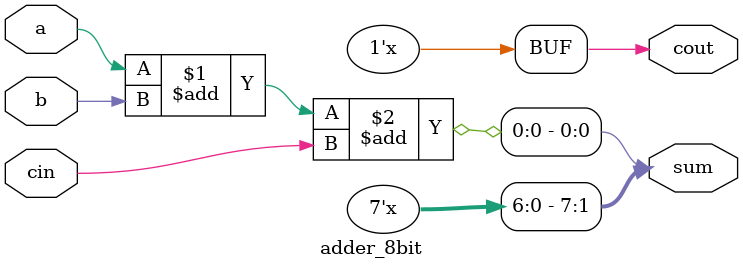
<source format=v>
module adder_8bit (
    input a,
    input b,
    input cin,
    output reg [7:0] sum,
    output reg cout
);

  assign sum[0] = a[0] + b[0] + cin;
  assign sum[1] = a[1] + sum[0];
  assign sum[2] = a[2] + sum[1];
  assign sum[3] = a[3] + sum[2];
  assign sum[4] = a[4] + sum[3];
  assign sum[5] = a[5] + sum[4];
  assign sum[6] = a[6] + sum[5];
  assign sum[7] = a[7] + sum[6] + cin;

  assign cout = sum[7] > 1'b1;
endmodule
</source>
